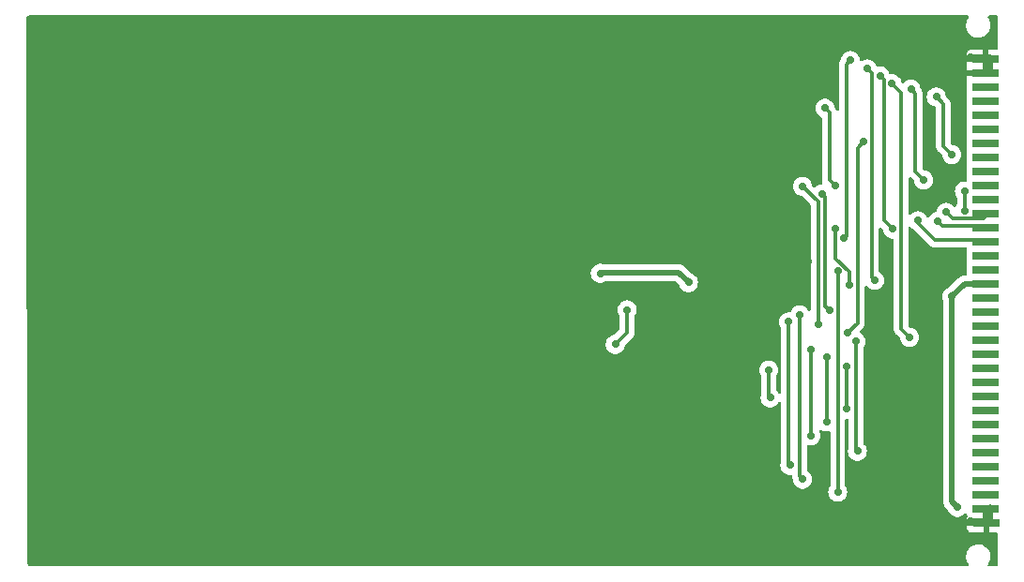
<source format=gbr>
%TF.GenerationSoftware,KiCad,Pcbnew,(6.0.4-0)*%
%TF.CreationDate,2023-12-10T22:35:43+01:00*%
%TF.ProjectId,pcmcia-sram,70636d63-6961-42d7-9372-616d2e6b6963,rev?*%
%TF.SameCoordinates,Original*%
%TF.FileFunction,Copper,L2,Bot*%
%TF.FilePolarity,Positive*%
%FSLAX46Y46*%
G04 Gerber Fmt 4.6, Leading zero omitted, Abs format (unit mm)*
G04 Created by KiCad (PCBNEW (6.0.4-0)) date 2023-12-10 22:35:43*
%MOMM*%
%LPD*%
G01*
G04 APERTURE LIST*
%TA.AperFunction,SMDPad,CuDef*%
%ADD10R,2.400000X0.740000*%
%TD*%
%TA.AperFunction,ViaPad*%
%ADD11C,0.700000*%
%TD*%
%TA.AperFunction,Conductor*%
%ADD12C,0.500000*%
%TD*%
%TA.AperFunction,Conductor*%
%ADD13C,0.300000*%
%TD*%
G04 APERTURE END LIST*
D10*
%TO.P,J1,35,GND*%
%TO.N,GND*%
X252222000Y-67183000D03*
%TO.P,J1,36,_CD1*%
X252222000Y-68453000D03*
%TO.P,J1,37,D11*%
%TO.N,unconnected-(J1-Pad37)*%
X252222000Y-69723000D03*
%TO.P,J1,38,D12*%
%TO.N,unconnected-(J1-Pad38)*%
X252222000Y-70993000D03*
%TO.P,J1,39,D13*%
%TO.N,unconnected-(J1-Pad39)*%
X252222000Y-72263000D03*
%TO.P,J1,40,D14*%
%TO.N,unconnected-(J1-Pad40)*%
X252222000Y-73533000D03*
%TO.P,J1,41,D15*%
%TO.N,unconnected-(J1-Pad41)*%
X252222000Y-74803000D03*
%TO.P,J1,42,_CE2*%
%TO.N,unconnected-(J1-Pad42)*%
X252222000Y-76073000D03*
%TO.P,J1,43,_VS1*%
%TO.N,unconnected-(J1-Pad43)*%
X252222000Y-77343000D03*
%TO.P,J1,44,_IORD*%
%TO.N,unconnected-(J1-Pad44)*%
X252222000Y-78613000D03*
%TO.P,J1,45,_IOWR*%
%TO.N,unconnected-(J1-Pad45)*%
X252222000Y-79883000D03*
%TO.P,J1,46,A17*%
%TO.N,/A17*%
X252222000Y-81153000D03*
%TO.P,J1,47,A18*%
%TO.N,/A18*%
X252222000Y-82423000D03*
%TO.P,J1,48,A19*%
%TO.N,/A19*%
X252222000Y-83693000D03*
%TO.P,J1,49,A20*%
%TO.N,unconnected-(J1-Pad49)*%
X252222000Y-84963000D03*
%TO.P,J1,50,A21*%
%TO.N,unconnected-(J1-Pad50)*%
X252222000Y-86233000D03*
%TO.P,J1,51,VCC*%
%TO.N,+5V*%
X252222000Y-87503000D03*
%TO.P,J1,52,VPP2*%
%TO.N,unconnected-(J1-Pad52)*%
X252222000Y-88773000D03*
%TO.P,J1,53,A22*%
%TO.N,unconnected-(J1-Pad53)*%
X252222000Y-90043000D03*
%TO.P,J1,54,A23*%
%TO.N,unconnected-(J1-Pad54)*%
X252222000Y-91313000D03*
%TO.P,J1,55,A24*%
%TO.N,unconnected-(J1-Pad55)*%
X252222000Y-92583000D03*
%TO.P,J1,56,A25*%
%TO.N,unconnected-(J1-Pad56)*%
X252222000Y-93853000D03*
%TO.P,J1,57,_VS2*%
%TO.N,unconnected-(J1-Pad57)*%
X252222000Y-95123000D03*
%TO.P,J1,58,_RESET*%
%TO.N,unconnected-(J1-Pad58)*%
X252222000Y-96393000D03*
%TO.P,J1,59,_WAIT*%
%TO.N,unconnected-(J1-Pad59)*%
X252222000Y-97663000D03*
%TO.P,J1,60,_INTACK*%
%TO.N,unconnected-(J1-Pad60)*%
X252222000Y-98933000D03*
%TO.P,J1,61,_REG*%
%TO.N,unconnected-(J1-Pad61)*%
X252222000Y-100203000D03*
%TO.P,J1,62,BVD2/_SPKR*%
%TO.N,unconnected-(J1-Pad62)*%
X252222000Y-101473000D03*
%TO.P,J1,63,BVD1/_STSCHG*%
%TO.N,unconnected-(J1-Pad63)*%
X252222000Y-102743000D03*
%TO.P,J1,64,D8*%
%TO.N,unconnected-(J1-Pad64)*%
X252222000Y-104013000D03*
%TO.P,J1,65,D9*%
%TO.N,unconnected-(J1-Pad65)*%
X252222000Y-105283000D03*
%TO.P,J1,66,D10*%
%TO.N,unconnected-(J1-Pad66)*%
X252222000Y-106553000D03*
%TO.P,J1,67,_CD2*%
%TO.N,GND*%
X252222000Y-107823000D03*
%TO.P,J1,68,GND*%
X252267000Y-109093000D03*
%TD*%
D11*
%TO.N,GND*%
X250825000Y-108966000D03*
X209550000Y-92202000D03*
X250825000Y-67056000D03*
X207918500Y-88411500D03*
X179705000Y-78993000D03*
X179832000Y-97662000D03*
X236220000Y-85471000D03*
X232664000Y-85725000D03*
X211582000Y-88265000D03*
X168275000Y-79247000D03*
X168656000Y-97535000D03*
%TO.N,/D3*%
X240030000Y-67310000D03*
X239459500Y-83396602D03*
%TO.N,/A10*%
X249174000Y-75819000D03*
X247777000Y-70612000D03*
%TO.N,/A11*%
X245491000Y-69912500D03*
X246634000Y-78105000D03*
%TO.N,/A9*%
X238633000Y-78613000D03*
X237744000Y-71628000D03*
%TO.N,/A8*%
X250317000Y-79121000D03*
X250317000Y-80876989D03*
%TO.N,/A13*%
X243840000Y-82550000D03*
X242697000Y-68707000D03*
%TO.N,/A14*%
X242239122Y-87198878D03*
X241554000Y-68072000D03*
%TO.N,VCC*%
X217474253Y-86537253D03*
X225425000Y-87376000D03*
%TO.N,/A16*%
X237490000Y-79375000D03*
X238125000Y-89916000D03*
%TO.N,/A15*%
X237109000Y-91186000D03*
X235712000Y-78675500D03*
%TO.N,/A12*%
X243777500Y-69404500D03*
X245364000Y-92329000D03*
%TO.N,/A4*%
X232664000Y-95294500D03*
X232791000Y-97790000D03*
%TO.N,/A3*%
X239649000Y-98806000D03*
X239649000Y-94996000D03*
%TO.N,/A2*%
X237871000Y-94107000D03*
X237871000Y-99949000D03*
%TO.N,/A1*%
X236474000Y-93472000D03*
X236474000Y-101219000D03*
%TO.N,/A0*%
X240665000Y-102616000D03*
X240538000Y-92710000D03*
%TO.N,/D0*%
X234569000Y-103886000D03*
X234442000Y-90932000D03*
%TO.N,/D1*%
X235458000Y-90297000D03*
X235712000Y-105156000D03*
%TO.N,/D2*%
X238887000Y-86360000D03*
X238887000Y-106299000D03*
%TO.N,/A17*%
X248666000Y-81026000D03*
%TO.N,/A18*%
X247904000Y-81850500D03*
%TO.N,/A19*%
X246126000Y-81788000D03*
%TO.N,+5V*%
X249682000Y-107696000D03*
X249174000Y-88646000D03*
%TO.N,/CE*%
X241235500Y-74655989D03*
X239776000Y-91948000D03*
%TO.N,/OE*%
X218821000Y-92964000D03*
X219899500Y-89836750D03*
%TO.N,/WE*%
X239903000Y-87630000D03*
X238697500Y-82550000D03*
%TD*%
D12*
%TO.N,GND*%
X252603000Y-67056000D02*
X252603000Y-68326000D01*
X252648000Y-108966000D02*
X250825000Y-108966000D01*
X252603000Y-107696000D02*
X252603000Y-108921000D01*
X252603000Y-67056000D02*
X250825000Y-67056000D01*
D13*
%TO.N,/D3*%
X239649000Y-83207102D02*
X239649000Y-67691000D01*
X239649000Y-67691000D02*
X240030000Y-67310000D01*
X239459500Y-83396602D02*
X239649000Y-83207102D01*
%TO.N,/A10*%
X247777000Y-70612000D02*
X248412000Y-71247000D01*
X248412000Y-71247000D02*
X248412000Y-75057000D01*
X248412000Y-75057000D02*
X249174000Y-75819000D01*
%TO.N,/A11*%
X246634000Y-78105000D02*
X245872000Y-77343000D01*
X245872000Y-70293500D02*
X245491000Y-69912500D01*
X245872000Y-77343000D02*
X245872000Y-70293500D01*
%TO.N,/A9*%
X238125000Y-78105000D02*
X238125000Y-72009000D01*
X238633000Y-78613000D02*
X238125000Y-78105000D01*
X238125000Y-72009000D02*
X237744000Y-71628000D01*
%TO.N,/A8*%
X250317000Y-80876989D02*
X250317000Y-79121000D01*
%TO.N,/A13*%
X243078000Y-69088000D02*
X242697000Y-68707000D01*
X243840000Y-82550000D02*
X243078000Y-81788000D01*
X243078000Y-81788000D02*
X243078000Y-69088000D01*
%TO.N,/A14*%
X241935000Y-86894756D02*
X242239122Y-87198878D01*
X241935000Y-68453000D02*
X241935000Y-86894756D01*
X241554000Y-68072000D02*
X241935000Y-68453000D01*
D12*
%TO.N,VCC*%
X224536000Y-86487000D02*
X225425000Y-87376000D01*
X217524506Y-86487000D02*
X224536000Y-86487000D01*
X217474253Y-86537253D02*
X217524506Y-86487000D01*
D13*
%TO.N,/A16*%
X237744000Y-79629000D02*
X237744000Y-89535000D01*
X237490000Y-79375000D02*
X237744000Y-79629000D01*
X237744000Y-89535000D02*
X238125000Y-89916000D01*
%TO.N,/A15*%
X237109000Y-80072500D02*
X237109000Y-91186000D01*
X235712000Y-78675500D02*
X237109000Y-80072500D01*
%TO.N,/A12*%
X244602000Y-91567000D02*
X244602000Y-70229000D01*
X245364000Y-92329000D02*
X244602000Y-91567000D01*
X244602000Y-70229000D02*
X243777500Y-69404500D01*
%TO.N,/A4*%
X232664000Y-97663000D02*
X232791000Y-97790000D01*
X232664000Y-95294500D02*
X232664000Y-97663000D01*
%TO.N,/A3*%
X239649000Y-98806000D02*
X239649000Y-94996000D01*
%TO.N,/A2*%
X237871000Y-99949000D02*
X237871000Y-94107000D01*
%TO.N,/A1*%
X236474000Y-101219000D02*
X236474000Y-93472000D01*
%TO.N,/A0*%
X240538000Y-102489000D02*
X240665000Y-102616000D01*
X240538000Y-92710000D02*
X240538000Y-102489000D01*
%TO.N,/D0*%
X234442000Y-90932000D02*
X234442000Y-103759000D01*
X234442000Y-103759000D02*
X234569000Y-103886000D01*
%TO.N,/D1*%
X235458000Y-104902000D02*
X235712000Y-105156000D01*
X235458000Y-90297000D02*
X235458000Y-104902000D01*
%TO.N,/D2*%
X238887000Y-86360000D02*
X238887000Y-106299000D01*
%TO.N,/A17*%
X252052511Y-81576489D02*
X252603000Y-81026000D01*
X248666000Y-81026000D02*
X249216489Y-81576489D01*
X249216489Y-81576489D02*
X252052511Y-81576489D01*
%TO.N,/A18*%
X247904000Y-81850500D02*
X248349500Y-82296000D01*
X248349500Y-82296000D02*
X252603000Y-82296000D01*
%TO.N,/A19*%
X246126000Y-82042000D02*
X247650000Y-83566000D01*
X247650000Y-83566000D02*
X252603000Y-83566000D01*
X246126000Y-81788000D02*
X246126000Y-82042000D01*
D12*
%TO.N,+5V*%
X252222000Y-87503000D02*
X250317000Y-87503000D01*
X249174000Y-88646000D02*
X249174000Y-107188000D01*
X250317000Y-87503000D02*
X249174000Y-88646000D01*
X249174000Y-107188000D02*
X249682000Y-107696000D01*
D13*
%TO.N,/CE*%
X240665000Y-91059000D02*
X239776000Y-91948000D01*
X241235500Y-74655989D02*
X240665000Y-75226489D01*
X240665000Y-75226489D02*
X240665000Y-91059000D01*
%TO.N,/OE*%
X218821000Y-92964000D02*
X219899500Y-91885500D01*
X219899500Y-91885500D02*
X219899500Y-89836750D01*
%TO.N,/WE*%
X238697500Y-85181241D02*
X238697500Y-82550000D01*
X239903000Y-86386741D02*
X238697500Y-85181241D01*
X239903000Y-87630000D02*
X239903000Y-86386741D01*
%TD*%
%TA.AperFunction,Conductor*%
%TO.N,GND*%
G36*
X250670889Y-63266502D02*
G01*
X250717382Y-63320158D01*
X250727486Y-63390432D01*
X250697934Y-63455078D01*
X250666448Y-63491363D01*
X250663448Y-63496549D01*
X250663445Y-63496553D01*
X250649244Y-63521101D01*
X250560527Y-63674454D01*
X250491139Y-63874271D01*
X250460787Y-64083604D01*
X250470567Y-64294899D01*
X250520125Y-64500534D01*
X250522607Y-64505992D01*
X250522608Y-64505996D01*
X250566053Y-64601546D01*
X250607674Y-64693087D01*
X250730054Y-64865611D01*
X250882850Y-65011881D01*
X251060548Y-65126620D01*
X251066114Y-65128863D01*
X251251168Y-65203442D01*
X251251171Y-65203443D01*
X251256737Y-65205686D01*
X251464337Y-65246228D01*
X251469899Y-65246500D01*
X251625846Y-65246500D01*
X251783566Y-65231452D01*
X251986534Y-65171908D01*
X252070111Y-65128863D01*
X252169249Y-65077804D01*
X252169252Y-65077802D01*
X252174580Y-65075058D01*
X252340920Y-64944396D01*
X252344852Y-64939865D01*
X252344855Y-64939862D01*
X252475621Y-64789167D01*
X252479552Y-64784637D01*
X252482552Y-64779451D01*
X252482555Y-64779447D01*
X252582467Y-64606742D01*
X252585473Y-64601546D01*
X252654861Y-64401729D01*
X252685213Y-64192396D01*
X252675433Y-63981101D01*
X252625875Y-63775466D01*
X252582525Y-63680122D01*
X252540806Y-63588368D01*
X252538326Y-63582913D01*
X252440781Y-63445400D01*
X252417683Y-63378266D01*
X252434547Y-63309301D01*
X252486019Y-63260402D01*
X252543551Y-63246500D01*
X253238500Y-63246500D01*
X253306621Y-63266502D01*
X253353114Y-63320158D01*
X253364500Y-63372500D01*
X253364500Y-66179000D01*
X253344498Y-66247121D01*
X253290842Y-66293614D01*
X253238500Y-66305000D01*
X252494115Y-66305000D01*
X252478876Y-66309475D01*
X252477671Y-66310865D01*
X252476000Y-66318548D01*
X252476000Y-68581000D01*
X252455998Y-68649121D01*
X252402342Y-68695614D01*
X252350000Y-68707000D01*
X250532116Y-68707000D01*
X250516877Y-68711475D01*
X250515672Y-68712865D01*
X250514001Y-68720548D01*
X250514001Y-68867669D01*
X250514371Y-68874490D01*
X250519895Y-68925352D01*
X250523522Y-68940607D01*
X250561929Y-69043059D01*
X250567112Y-69113866D01*
X250561929Y-69131517D01*
X250523029Y-69235282D01*
X250523027Y-69235288D01*
X250520255Y-69242684D01*
X250513500Y-69304866D01*
X250513500Y-70141134D01*
X250520255Y-70203316D01*
X250523027Y-70210712D01*
X250523029Y-70210718D01*
X250561662Y-70313771D01*
X250566845Y-70384578D01*
X250561662Y-70402229D01*
X250523029Y-70505282D01*
X250523027Y-70505288D01*
X250520255Y-70512684D01*
X250513500Y-70574866D01*
X250513500Y-71411134D01*
X250520255Y-71473316D01*
X250523027Y-71480712D01*
X250523029Y-71480718D01*
X250561662Y-71583771D01*
X250566845Y-71654578D01*
X250561662Y-71672229D01*
X250523029Y-71775282D01*
X250523027Y-71775288D01*
X250520255Y-71782684D01*
X250513500Y-71844866D01*
X250513500Y-72681134D01*
X250520255Y-72743316D01*
X250523027Y-72750712D01*
X250523029Y-72750718D01*
X250561662Y-72853771D01*
X250566845Y-72924578D01*
X250561662Y-72942229D01*
X250523029Y-73045282D01*
X250523027Y-73045288D01*
X250520255Y-73052684D01*
X250513500Y-73114866D01*
X250513500Y-73951134D01*
X250520255Y-74013316D01*
X250523027Y-74020712D01*
X250523029Y-74020718D01*
X250561662Y-74123771D01*
X250566845Y-74194578D01*
X250561662Y-74212229D01*
X250523029Y-74315282D01*
X250523027Y-74315288D01*
X250520255Y-74322684D01*
X250513500Y-74384866D01*
X250513500Y-75221134D01*
X250520255Y-75283316D01*
X250523027Y-75290712D01*
X250523029Y-75290718D01*
X250561662Y-75393771D01*
X250566845Y-75464578D01*
X250561662Y-75482229D01*
X250523029Y-75585282D01*
X250523027Y-75585288D01*
X250520255Y-75592684D01*
X250513500Y-75654866D01*
X250513500Y-76491134D01*
X250520255Y-76553316D01*
X250523027Y-76560712D01*
X250523029Y-76560718D01*
X250561662Y-76663771D01*
X250566845Y-76734578D01*
X250561662Y-76752229D01*
X250523029Y-76855282D01*
X250523027Y-76855288D01*
X250520255Y-76862684D01*
X250513500Y-76924866D01*
X250513500Y-77761134D01*
X250520255Y-77823316D01*
X250523027Y-77830712D01*
X250523029Y-77830718D01*
X250561662Y-77933771D01*
X250566845Y-78004578D01*
X250561662Y-78022229D01*
X250523029Y-78125282D01*
X250523027Y-78125288D01*
X250520255Y-78132684D01*
X250518762Y-78146432D01*
X250518362Y-78150109D01*
X250491119Y-78215671D01*
X250432756Y-78256097D01*
X250393099Y-78262500D01*
X250226768Y-78262500D01*
X250220315Y-78263872D01*
X250220311Y-78263872D01*
X250154264Y-78277911D01*
X250050248Y-78300020D01*
X250044219Y-78302704D01*
X250044217Y-78302705D01*
X249891416Y-78370737D01*
X249891414Y-78370738D01*
X249885386Y-78373422D01*
X249880045Y-78377302D01*
X249880044Y-78377303D01*
X249744731Y-78475613D01*
X249744729Y-78475615D01*
X249739387Y-78479496D01*
X249734966Y-78484406D01*
X249734965Y-78484407D01*
X249624875Y-78606675D01*
X249618633Y-78613607D01*
X249528401Y-78769893D01*
X249472635Y-78941525D01*
X249453771Y-79121000D01*
X249472635Y-79300475D01*
X249474675Y-79306753D01*
X249474675Y-79306754D01*
X249479267Y-79320887D01*
X249528401Y-79472107D01*
X249531704Y-79477829D01*
X249531705Y-79477830D01*
X249541650Y-79495055D01*
X249618633Y-79628393D01*
X249626138Y-79636728D01*
X249656854Y-79700734D01*
X249658500Y-79721036D01*
X249658500Y-80276953D01*
X249638498Y-80345074D01*
X249626142Y-80361256D01*
X249618633Y-80369596D01*
X249567253Y-80458589D01*
X249553585Y-80482262D01*
X249502202Y-80531255D01*
X249432489Y-80544691D01*
X249366578Y-80518305D01*
X249350830Y-80503573D01*
X249243613Y-80384496D01*
X249230976Y-80375314D01*
X249102957Y-80282303D01*
X249102956Y-80282302D01*
X249097615Y-80278422D01*
X249091587Y-80275738D01*
X249091585Y-80275737D01*
X248938783Y-80207705D01*
X248938781Y-80207705D01*
X248932752Y-80205020D01*
X248844492Y-80186260D01*
X248762689Y-80168872D01*
X248762685Y-80168872D01*
X248756232Y-80167500D01*
X248575768Y-80167500D01*
X248569315Y-80168872D01*
X248569311Y-80168872D01*
X248487508Y-80186260D01*
X248399248Y-80205020D01*
X248393219Y-80207704D01*
X248393217Y-80207705D01*
X248240416Y-80275737D01*
X248240414Y-80275738D01*
X248234386Y-80278422D01*
X248229045Y-80282302D01*
X248229044Y-80282303D01*
X248093731Y-80380613D01*
X248093729Y-80380615D01*
X248088387Y-80384496D01*
X248083969Y-80389403D01*
X248083965Y-80389407D01*
X247981170Y-80503573D01*
X247967633Y-80518607D01*
X247877401Y-80674893D01*
X247821635Y-80846525D01*
X247820945Y-80853088D01*
X247820945Y-80853089D01*
X247815744Y-80902571D01*
X247788730Y-80968228D01*
X247730508Y-81008857D01*
X247716633Y-81012646D01*
X247637248Y-81029520D01*
X247616544Y-81038738D01*
X247478416Y-81100237D01*
X247478414Y-81100238D01*
X247472386Y-81102922D01*
X247467045Y-81106802D01*
X247467044Y-81106803D01*
X247331731Y-81205113D01*
X247331729Y-81205115D01*
X247326387Y-81208996D01*
X247321966Y-81213906D01*
X247321965Y-81213907D01*
X247280881Y-81259536D01*
X247205633Y-81343107D01*
X247140955Y-81455131D01*
X247089575Y-81504123D01*
X247019861Y-81517560D01*
X246953950Y-81491173D01*
X246916732Y-81443381D01*
X246916640Y-81443174D01*
X246914599Y-81436893D01*
X246824367Y-81280607D01*
X246771865Y-81222297D01*
X246708035Y-81151407D01*
X246708031Y-81151403D01*
X246703613Y-81146496D01*
X246648981Y-81106803D01*
X246562957Y-81044303D01*
X246562956Y-81044302D01*
X246557615Y-81040422D01*
X246551587Y-81037738D01*
X246551585Y-81037737D01*
X246398783Y-80969705D01*
X246398781Y-80969705D01*
X246392752Y-80967020D01*
X246304492Y-80948260D01*
X246222689Y-80930872D01*
X246222685Y-80930872D01*
X246216232Y-80929500D01*
X246035768Y-80929500D01*
X246029315Y-80930872D01*
X246029311Y-80930872D01*
X245947508Y-80948260D01*
X245859248Y-80967020D01*
X245853219Y-80969704D01*
X245853217Y-80969705D01*
X245700416Y-81037737D01*
X245700414Y-81037738D01*
X245694386Y-81040422D01*
X245689045Y-81044302D01*
X245689044Y-81044303D01*
X245553731Y-81142613D01*
X245553729Y-81142615D01*
X245548387Y-81146496D01*
X245480136Y-81222297D01*
X245419690Y-81259536D01*
X245348706Y-81258184D01*
X245289722Y-81218670D01*
X245261464Y-81153540D01*
X245260500Y-81137986D01*
X245260500Y-77966950D01*
X245280502Y-77898829D01*
X245334158Y-77852336D01*
X245404432Y-77842232D01*
X245469012Y-77871726D01*
X245475595Y-77877855D01*
X245747210Y-78149470D01*
X245781236Y-78211782D01*
X245783425Y-78225394D01*
X245785884Y-78248784D01*
X245789635Y-78284475D01*
X245791675Y-78290753D01*
X245791675Y-78290754D01*
X245802605Y-78324393D01*
X245845401Y-78456107D01*
X245848704Y-78461829D01*
X245848705Y-78461830D01*
X245868448Y-78496025D01*
X245935633Y-78612393D01*
X245940051Y-78617300D01*
X245940052Y-78617301D01*
X246049095Y-78738405D01*
X246056387Y-78746504D01*
X246061729Y-78750385D01*
X246061731Y-78750387D01*
X246197043Y-78848697D01*
X246202385Y-78852578D01*
X246208413Y-78855262D01*
X246208415Y-78855263D01*
X246361217Y-78923295D01*
X246367248Y-78925980D01*
X246455508Y-78944740D01*
X246537311Y-78962128D01*
X246537315Y-78962128D01*
X246543768Y-78963500D01*
X246724232Y-78963500D01*
X246730685Y-78962128D01*
X246730689Y-78962128D01*
X246812492Y-78944740D01*
X246900752Y-78925980D01*
X246906783Y-78923295D01*
X247059585Y-78855263D01*
X247059587Y-78855262D01*
X247065615Y-78852578D01*
X247070957Y-78848697D01*
X247206269Y-78750387D01*
X247206271Y-78750385D01*
X247211613Y-78746504D01*
X247218905Y-78738405D01*
X247327948Y-78617301D01*
X247327949Y-78617300D01*
X247332367Y-78612393D01*
X247399552Y-78496025D01*
X247419295Y-78461830D01*
X247419296Y-78461829D01*
X247422599Y-78456107D01*
X247465395Y-78324393D01*
X247476325Y-78290754D01*
X247476325Y-78290753D01*
X247478365Y-78284475D01*
X247487784Y-78194866D01*
X247496539Y-78111565D01*
X247497229Y-78105000D01*
X247485803Y-77996295D01*
X247479055Y-77932089D01*
X247479055Y-77932088D01*
X247478365Y-77925525D01*
X247422599Y-77753893D01*
X247332367Y-77597607D01*
X247211613Y-77463496D01*
X247065615Y-77357422D01*
X247059587Y-77354738D01*
X247059585Y-77354737D01*
X246906783Y-77286705D01*
X246906781Y-77286705D01*
X246900752Y-77284020D01*
X246773483Y-77256969D01*
X246738549Y-77249543D01*
X246675651Y-77215391D01*
X246567405Y-77107145D01*
X246533379Y-77044833D01*
X246530500Y-77018050D01*
X246530500Y-70612000D01*
X246913771Y-70612000D01*
X246932635Y-70791475D01*
X246934675Y-70797753D01*
X246934675Y-70797754D01*
X246937240Y-70805648D01*
X246988401Y-70963107D01*
X247078633Y-71119393D01*
X247083051Y-71124300D01*
X247083052Y-71124301D01*
X247152282Y-71201189D01*
X247199387Y-71253504D01*
X247204729Y-71257385D01*
X247204731Y-71257387D01*
X247340043Y-71355697D01*
X247345385Y-71359578D01*
X247351413Y-71362262D01*
X247351415Y-71362263D01*
X247461181Y-71411134D01*
X247510248Y-71432980D01*
X247592874Y-71450543D01*
X247653697Y-71463471D01*
X247716170Y-71497199D01*
X247750492Y-71559349D01*
X247753500Y-71586718D01*
X247753500Y-74974944D01*
X247752941Y-74986800D01*
X247751212Y-74994537D01*
X247751461Y-75002459D01*
X247753438Y-75065369D01*
X247753500Y-75069327D01*
X247753500Y-75098432D01*
X247754056Y-75102832D01*
X247754988Y-75114664D01*
X247756438Y-75160831D01*
X247758650Y-75168444D01*
X247758650Y-75168445D01*
X247762419Y-75181416D01*
X247766430Y-75200782D01*
X247769118Y-75222064D01*
X247772034Y-75229429D01*
X247772035Y-75229433D01*
X247786126Y-75265021D01*
X247789965Y-75276231D01*
X247802855Y-75320600D01*
X247813775Y-75339065D01*
X247822466Y-75356805D01*
X247830365Y-75376756D01*
X247842727Y-75393771D01*
X247857516Y-75414126D01*
X247864033Y-75424048D01*
X247883507Y-75456977D01*
X247883510Y-75456981D01*
X247887547Y-75463807D01*
X247902711Y-75478971D01*
X247915551Y-75494004D01*
X247928159Y-75511357D01*
X247963752Y-75540802D01*
X247972532Y-75548792D01*
X248287210Y-75863470D01*
X248321236Y-75925782D01*
X248323425Y-75939394D01*
X248329635Y-75998475D01*
X248385401Y-76170107D01*
X248475633Y-76326393D01*
X248596387Y-76460504D01*
X248601729Y-76464385D01*
X248601731Y-76464387D01*
X248724131Y-76553316D01*
X248742385Y-76566578D01*
X248748413Y-76569262D01*
X248748415Y-76569263D01*
X248901217Y-76637295D01*
X248907248Y-76639980D01*
X248995508Y-76658740D01*
X249077311Y-76676128D01*
X249077315Y-76676128D01*
X249083768Y-76677500D01*
X249264232Y-76677500D01*
X249270685Y-76676128D01*
X249270689Y-76676128D01*
X249352492Y-76658740D01*
X249440752Y-76639980D01*
X249446783Y-76637295D01*
X249599585Y-76569263D01*
X249599587Y-76569262D01*
X249605615Y-76566578D01*
X249623869Y-76553316D01*
X249746269Y-76464387D01*
X249746271Y-76464385D01*
X249751613Y-76460504D01*
X249872367Y-76326393D01*
X249962599Y-76170107D01*
X250018365Y-75998475D01*
X250037229Y-75819000D01*
X250020337Y-75658283D01*
X250019055Y-75646089D01*
X250019055Y-75646088D01*
X250018365Y-75639525D01*
X249962599Y-75467893D01*
X249872367Y-75311607D01*
X249853559Y-75290718D01*
X249756035Y-75182407D01*
X249756034Y-75182406D01*
X249751613Y-75177496D01*
X249739156Y-75168445D01*
X249610957Y-75075303D01*
X249610956Y-75075302D01*
X249605615Y-75071422D01*
X249599587Y-75068738D01*
X249599585Y-75068737D01*
X249446783Y-75000705D01*
X249446781Y-75000705D01*
X249440752Y-74998020D01*
X249313483Y-74970969D01*
X249278549Y-74963543D01*
X249215651Y-74929391D01*
X249107405Y-74821145D01*
X249073379Y-74758833D01*
X249070500Y-74732050D01*
X249070500Y-71329060D01*
X249071059Y-71317203D01*
X249072789Y-71309463D01*
X249070562Y-71238599D01*
X249070500Y-71234641D01*
X249070500Y-71205568D01*
X249069947Y-71201189D01*
X249069014Y-71189346D01*
X249067812Y-71151089D01*
X249067812Y-71151088D01*
X249067563Y-71143169D01*
X249061579Y-71122571D01*
X249057571Y-71103218D01*
X249057132Y-71099743D01*
X249054882Y-71081936D01*
X249037875Y-71038982D01*
X249034029Y-71027747D01*
X249023358Y-70991016D01*
X249023357Y-70991013D01*
X249021145Y-70983400D01*
X249010225Y-70964935D01*
X249001534Y-70947195D01*
X248993635Y-70927244D01*
X248966482Y-70889871D01*
X248959967Y-70879952D01*
X248940493Y-70847023D01*
X248940490Y-70847019D01*
X248936453Y-70840193D01*
X248921289Y-70825029D01*
X248908448Y-70809995D01*
X248900501Y-70799057D01*
X248895841Y-70792643D01*
X248860247Y-70763197D01*
X248851468Y-70755208D01*
X248663790Y-70567530D01*
X248629764Y-70505218D01*
X248627575Y-70491606D01*
X248622055Y-70439089D01*
X248622055Y-70439088D01*
X248621365Y-70432525D01*
X248565599Y-70260893D01*
X248475367Y-70104607D01*
X248354613Y-69970496D01*
X248307635Y-69936364D01*
X248213957Y-69868303D01*
X248213956Y-69868302D01*
X248208615Y-69864422D01*
X248202587Y-69861738D01*
X248202585Y-69861737D01*
X248049783Y-69793705D01*
X248049781Y-69793705D01*
X248043752Y-69791020D01*
X247955492Y-69772260D01*
X247873689Y-69754872D01*
X247873685Y-69754872D01*
X247867232Y-69753500D01*
X247686768Y-69753500D01*
X247680315Y-69754872D01*
X247680311Y-69754872D01*
X247598508Y-69772260D01*
X247510248Y-69791020D01*
X247504219Y-69793704D01*
X247504217Y-69793705D01*
X247351416Y-69861737D01*
X247351414Y-69861738D01*
X247345386Y-69864422D01*
X247340045Y-69868302D01*
X247340044Y-69868303D01*
X247204731Y-69966613D01*
X247204729Y-69966615D01*
X247199387Y-69970496D01*
X247078633Y-70104607D01*
X246988401Y-70260893D01*
X246932635Y-70432525D01*
X246913771Y-70612000D01*
X246530500Y-70612000D01*
X246530500Y-70375556D01*
X246531059Y-70363700D01*
X246531059Y-70363697D01*
X246532788Y-70355963D01*
X246530562Y-70285131D01*
X246530500Y-70281173D01*
X246530500Y-70252068D01*
X246529943Y-70247657D01*
X246529013Y-70235836D01*
X246527811Y-70197594D01*
X246527562Y-70189669D01*
X246521580Y-70169079D01*
X246517570Y-70149716D01*
X246515875Y-70136296D01*
X246515875Y-70136295D01*
X246514882Y-70128436D01*
X246511966Y-70121071D01*
X246511965Y-70121067D01*
X246497874Y-70085479D01*
X246494035Y-70074269D01*
X246481145Y-70029900D01*
X246470229Y-70011443D01*
X246461534Y-69993693D01*
X246453635Y-69973744D01*
X246426477Y-69936364D01*
X246419960Y-69926443D01*
X246396452Y-69886693D01*
X246381291Y-69871532D01*
X246368448Y-69856495D01*
X246364785Y-69851453D01*
X246341413Y-69790566D01*
X246336055Y-69739589D01*
X246336055Y-69739588D01*
X246335365Y-69733025D01*
X246279599Y-69561393D01*
X246189367Y-69405107D01*
X246068613Y-69270996D01*
X246005340Y-69225025D01*
X245927957Y-69168803D01*
X245927956Y-69168802D01*
X245922615Y-69164922D01*
X245916587Y-69162238D01*
X245916585Y-69162237D01*
X245763783Y-69094205D01*
X245763781Y-69094205D01*
X245757752Y-69091520D01*
X245669492Y-69072760D01*
X245587689Y-69055372D01*
X245587685Y-69055372D01*
X245581232Y-69054000D01*
X245400768Y-69054000D01*
X245394315Y-69055372D01*
X245394311Y-69055372D01*
X245312508Y-69072760D01*
X245224248Y-69091520D01*
X245218219Y-69094204D01*
X245218217Y-69094205D01*
X245065416Y-69162237D01*
X245065414Y-69162238D01*
X245059386Y-69164922D01*
X245054045Y-69168802D01*
X245054044Y-69168803D01*
X244918731Y-69267113D01*
X244918729Y-69267115D01*
X244913387Y-69270996D01*
X244908966Y-69275906D01*
X244908965Y-69275907D01*
X244846029Y-69345805D01*
X244785583Y-69383045D01*
X244714600Y-69381693D01*
X244655615Y-69342180D01*
X244627083Y-69274667D01*
X244622555Y-69231589D01*
X244622555Y-69231588D01*
X244621865Y-69225025D01*
X244566099Y-69053393D01*
X244475867Y-68897107D01*
X244437876Y-68854913D01*
X244359535Y-68767907D01*
X244359534Y-68767906D01*
X244355113Y-68762996D01*
X244296689Y-68720548D01*
X244214457Y-68660803D01*
X244214456Y-68660802D01*
X244209115Y-68656922D01*
X244203087Y-68654238D01*
X244203085Y-68654237D01*
X244050283Y-68586205D01*
X244050281Y-68586205D01*
X244044252Y-68583520D01*
X243955992Y-68564760D01*
X243874189Y-68547372D01*
X243874185Y-68547372D01*
X243867732Y-68546000D01*
X243687268Y-68546000D01*
X243680812Y-68547372D01*
X243680805Y-68547373D01*
X243667379Y-68550227D01*
X243596588Y-68544826D01*
X243539955Y-68502010D01*
X243521348Y-68465917D01*
X243487641Y-68362178D01*
X243485599Y-68355893D01*
X243395367Y-68199607D01*
X243378510Y-68180885D01*
X250514000Y-68180885D01*
X250518475Y-68196124D01*
X250519865Y-68197329D01*
X250527548Y-68199000D01*
X251949885Y-68199000D01*
X251965124Y-68194525D01*
X251966329Y-68193135D01*
X251968000Y-68185452D01*
X251968000Y-67455115D01*
X251963525Y-67439876D01*
X251962135Y-67438671D01*
X251954452Y-67437000D01*
X250532116Y-67437000D01*
X250516877Y-67441475D01*
X250515672Y-67442865D01*
X250514001Y-67450548D01*
X250514001Y-67597669D01*
X250514371Y-67604490D01*
X250519895Y-67655352D01*
X250523522Y-67670606D01*
X250562196Y-67773771D01*
X250567379Y-67844578D01*
X250562196Y-67862229D01*
X250523522Y-67965391D01*
X250519895Y-67980649D01*
X250514369Y-68031514D01*
X250514000Y-68038328D01*
X250514000Y-68180885D01*
X243378510Y-68180885D01*
X243274613Y-68065496D01*
X243267411Y-68060263D01*
X243133957Y-67963303D01*
X243133956Y-67963302D01*
X243128615Y-67959422D01*
X243122587Y-67956738D01*
X243122585Y-67956737D01*
X242969783Y-67888705D01*
X242969781Y-67888705D01*
X242963752Y-67886020D01*
X242851823Y-67862229D01*
X242793689Y-67849872D01*
X242793685Y-67849872D01*
X242787232Y-67848500D01*
X242606768Y-67848500D01*
X242600315Y-67849872D01*
X242600311Y-67849872D01*
X242546076Y-67861400D01*
X242509419Y-67869192D01*
X242438629Y-67863790D01*
X242381997Y-67820973D01*
X242363390Y-67784881D01*
X242344641Y-67727178D01*
X242342599Y-67720893D01*
X242317860Y-67678043D01*
X242301074Y-67648969D01*
X242252367Y-67564607D01*
X242131613Y-67430496D01*
X242083494Y-67395535D01*
X241990957Y-67328303D01*
X241990956Y-67328302D01*
X241985615Y-67324422D01*
X241979587Y-67321738D01*
X241979585Y-67321737D01*
X241826783Y-67253705D01*
X241826781Y-67253705D01*
X241820752Y-67251020D01*
X241732492Y-67232260D01*
X241650689Y-67214872D01*
X241650685Y-67214872D01*
X241644232Y-67213500D01*
X241463768Y-67213500D01*
X241457315Y-67214872D01*
X241457311Y-67214872D01*
X241375508Y-67232260D01*
X241287248Y-67251020D01*
X241281219Y-67253704D01*
X241281217Y-67253705D01*
X241128416Y-67321737D01*
X241128414Y-67321738D01*
X241122386Y-67324422D01*
X241087452Y-67349803D01*
X241020587Y-67373660D01*
X240951436Y-67357580D01*
X240901955Y-67306667D01*
X240888083Y-67261037D01*
X240875055Y-67137089D01*
X240875055Y-67137088D01*
X240874365Y-67130525D01*
X240818599Y-66958893D01*
X240800376Y-66927329D01*
X240790882Y-66910885D01*
X250514000Y-66910885D01*
X250518475Y-66926124D01*
X250519865Y-66927329D01*
X250527548Y-66929000D01*
X251949885Y-66929000D01*
X251965124Y-66924525D01*
X251966329Y-66923135D01*
X251968000Y-66915452D01*
X251968000Y-66323116D01*
X251963525Y-66307877D01*
X251962135Y-66306672D01*
X251954452Y-66305001D01*
X250977331Y-66305001D01*
X250970510Y-66305371D01*
X250919648Y-66310895D01*
X250904396Y-66314521D01*
X250783946Y-66359676D01*
X250768351Y-66368214D01*
X250666276Y-66444715D01*
X250653715Y-66457276D01*
X250577214Y-66559351D01*
X250568676Y-66574946D01*
X250523522Y-66695394D01*
X250519895Y-66710649D01*
X250514369Y-66761514D01*
X250514000Y-66768328D01*
X250514000Y-66910885D01*
X240790882Y-66910885D01*
X240731668Y-66808325D01*
X240728367Y-66802607D01*
X240607613Y-66668496D01*
X240461615Y-66562422D01*
X240455587Y-66559738D01*
X240455585Y-66559737D01*
X240302783Y-66491705D01*
X240302781Y-66491705D01*
X240296752Y-66489020D01*
X240208492Y-66470260D01*
X240126689Y-66452872D01*
X240126685Y-66452872D01*
X240120232Y-66451500D01*
X239939768Y-66451500D01*
X239933315Y-66452872D01*
X239933311Y-66452872D01*
X239851508Y-66470260D01*
X239763248Y-66489020D01*
X239757219Y-66491704D01*
X239757217Y-66491705D01*
X239604416Y-66559737D01*
X239604414Y-66559738D01*
X239598386Y-66562422D01*
X239593045Y-66566302D01*
X239593044Y-66566303D01*
X239457731Y-66664613D01*
X239457729Y-66664615D01*
X239452387Y-66668496D01*
X239331633Y-66802607D01*
X239328332Y-66808325D01*
X239259625Y-66927329D01*
X239241401Y-66958893D01*
X239185635Y-67130525D01*
X239184945Y-67137086D01*
X239184945Y-67137088D01*
X239179240Y-67191365D01*
X239153493Y-67255415D01*
X239151348Y-67258179D01*
X239143648Y-67267195D01*
X239112028Y-67300867D01*
X239108207Y-67307818D01*
X239108206Y-67307819D01*
X239101697Y-67319658D01*
X239090843Y-67336182D01*
X239083018Y-67346271D01*
X239077696Y-67353132D01*
X239074549Y-67360404D01*
X239074548Y-67360406D01*
X239059346Y-67395535D01*
X239054124Y-67406195D01*
X239031876Y-67446663D01*
X239026541Y-67467441D01*
X239020142Y-67486131D01*
X239011620Y-67505824D01*
X239010380Y-67513655D01*
X239004394Y-67551448D01*
X239001987Y-67563071D01*
X238990500Y-67607812D01*
X238990500Y-67629259D01*
X238988949Y-67648969D01*
X238985594Y-67670152D01*
X238986340Y-67678043D01*
X238989941Y-67716138D01*
X238990500Y-67727996D01*
X238990500Y-71742459D01*
X238970498Y-71810580D01*
X238916842Y-71857073D01*
X238846568Y-71867177D01*
X238781988Y-71837683D01*
X238743503Y-71777611D01*
X238736356Y-71753012D01*
X238734145Y-71745400D01*
X238723229Y-71726943D01*
X238714534Y-71709193D01*
X238706635Y-71689244D01*
X238694273Y-71672229D01*
X238679477Y-71651864D01*
X238672960Y-71641943D01*
X238664714Y-71628000D01*
X238649452Y-71602193D01*
X238634291Y-71587032D01*
X238621448Y-71571995D01*
X238617785Y-71566953D01*
X238594413Y-71506066D01*
X238589055Y-71455089D01*
X238589055Y-71455088D01*
X238588365Y-71448525D01*
X238532599Y-71276893D01*
X238442367Y-71120607D01*
X238436126Y-71113675D01*
X238326035Y-70991407D01*
X238326034Y-70991406D01*
X238321613Y-70986496D01*
X238280771Y-70956822D01*
X238180957Y-70884303D01*
X238180956Y-70884302D01*
X238175615Y-70880422D01*
X238169587Y-70877738D01*
X238169585Y-70877737D01*
X238016783Y-70809705D01*
X238016781Y-70809705D01*
X238010752Y-70807020D01*
X237906736Y-70784911D01*
X237840689Y-70770872D01*
X237840685Y-70770872D01*
X237834232Y-70769500D01*
X237653768Y-70769500D01*
X237647315Y-70770872D01*
X237647311Y-70770872D01*
X237581264Y-70784911D01*
X237477248Y-70807020D01*
X237471219Y-70809704D01*
X237471217Y-70809705D01*
X237318416Y-70877737D01*
X237318414Y-70877738D01*
X237312386Y-70880422D01*
X237307045Y-70884302D01*
X237307044Y-70884303D01*
X237171731Y-70982613D01*
X237171729Y-70982615D01*
X237166387Y-70986496D01*
X237161966Y-70991406D01*
X237161965Y-70991407D01*
X237051875Y-71113675D01*
X237045633Y-71120607D01*
X236955401Y-71276893D01*
X236899635Y-71448525D01*
X236880771Y-71628000D01*
X236881461Y-71634565D01*
X236893111Y-71745400D01*
X236899635Y-71807475D01*
X236955401Y-71979107D01*
X237045633Y-72135393D01*
X237166387Y-72269504D01*
X237312385Y-72375578D01*
X237318413Y-72378262D01*
X237318415Y-72378263D01*
X237345312Y-72390238D01*
X237391750Y-72410914D01*
X237445845Y-72456893D01*
X237466500Y-72526020D01*
X237466500Y-78022944D01*
X237465941Y-78034800D01*
X237464212Y-78042537D01*
X237464461Y-78050459D01*
X237466438Y-78113369D01*
X237466500Y-78117327D01*
X237466500Y-78146432D01*
X237467056Y-78150832D01*
X237467988Y-78162664D01*
X237469438Y-78208831D01*
X237471650Y-78216444D01*
X237471650Y-78216445D01*
X237475419Y-78229416D01*
X237479430Y-78248782D01*
X237482118Y-78270064D01*
X237485034Y-78277429D01*
X237485035Y-78277433D01*
X237499126Y-78313021D01*
X237502967Y-78324237D01*
X237512265Y-78356243D01*
X237512062Y-78427237D01*
X237473508Y-78486853D01*
X237404908Y-78516500D01*
X237399768Y-78516500D01*
X237393315Y-78517872D01*
X237393311Y-78517872D01*
X237311508Y-78535260D01*
X237223248Y-78554020D01*
X237217219Y-78556704D01*
X237217217Y-78556705D01*
X237064416Y-78624737D01*
X237064414Y-78624738D01*
X237058386Y-78627422D01*
X237053045Y-78631302D01*
X237053044Y-78631303D01*
X236917731Y-78729613D01*
X236917729Y-78729615D01*
X236912387Y-78733496D01*
X236901196Y-78745925D01*
X236840749Y-78783163D01*
X236769765Y-78781809D01*
X236718467Y-78750707D01*
X236598790Y-78631030D01*
X236564764Y-78568718D01*
X236562575Y-78555106D01*
X236557055Y-78502589D01*
X236557055Y-78502588D01*
X236556365Y-78496025D01*
X236550995Y-78479496D01*
X236502641Y-78330678D01*
X236500599Y-78324393D01*
X236494034Y-78313021D01*
X236433879Y-78208831D01*
X236410367Y-78168107D01*
X236400121Y-78156727D01*
X236294035Y-78038907D01*
X236294034Y-78038906D01*
X236289613Y-78033996D01*
X236274402Y-78022944D01*
X236148957Y-77931803D01*
X236148956Y-77931802D01*
X236143615Y-77927922D01*
X236137587Y-77925238D01*
X236137585Y-77925237D01*
X235984783Y-77857205D01*
X235984781Y-77857205D01*
X235978752Y-77854520D01*
X235890492Y-77835760D01*
X235808689Y-77818372D01*
X235808685Y-77818372D01*
X235802232Y-77817000D01*
X235621768Y-77817000D01*
X235615315Y-77818372D01*
X235615311Y-77818372D01*
X235533508Y-77835760D01*
X235445248Y-77854520D01*
X235439219Y-77857204D01*
X235439217Y-77857205D01*
X235286416Y-77925237D01*
X235286414Y-77925238D01*
X235280386Y-77927922D01*
X235275045Y-77931802D01*
X235275044Y-77931803D01*
X235139731Y-78030113D01*
X235139729Y-78030115D01*
X235134387Y-78033996D01*
X235129966Y-78038906D01*
X235129965Y-78038907D01*
X235023880Y-78156727D01*
X235013633Y-78168107D01*
X234990121Y-78208831D01*
X234929967Y-78313021D01*
X234923401Y-78324393D01*
X234921359Y-78330678D01*
X234873006Y-78479496D01*
X234867635Y-78496025D01*
X234866945Y-78502588D01*
X234866945Y-78502589D01*
X234853824Y-78627422D01*
X234848771Y-78675500D01*
X234867635Y-78854975D01*
X234923401Y-79026607D01*
X235013633Y-79182893D01*
X235134387Y-79317004D01*
X235280385Y-79423078D01*
X235286413Y-79425762D01*
X235286415Y-79425763D01*
X235439217Y-79493795D01*
X235445248Y-79496480D01*
X235540640Y-79516756D01*
X235607450Y-79530957D01*
X235670348Y-79565108D01*
X236413595Y-80308354D01*
X236447620Y-80370667D01*
X236450500Y-80397450D01*
X236450500Y-89828822D01*
X236430498Y-89896943D01*
X236376842Y-89943436D01*
X236306568Y-89953540D01*
X236241988Y-89924046D01*
X236215381Y-89891822D01*
X236159668Y-89795325D01*
X236156367Y-89789607D01*
X236035613Y-89655496D01*
X236029420Y-89650996D01*
X235894957Y-89553303D01*
X235894956Y-89553302D01*
X235889615Y-89549422D01*
X235883587Y-89546738D01*
X235883585Y-89546737D01*
X235730783Y-89478705D01*
X235730781Y-89478705D01*
X235724752Y-89476020D01*
X235612823Y-89452229D01*
X235554689Y-89439872D01*
X235554685Y-89439872D01*
X235548232Y-89438500D01*
X235367768Y-89438500D01*
X235361315Y-89439872D01*
X235361311Y-89439872D01*
X235303177Y-89452229D01*
X235191248Y-89476020D01*
X235185219Y-89478704D01*
X235185217Y-89478705D01*
X235032416Y-89546737D01*
X235032414Y-89546738D01*
X235026386Y-89549422D01*
X235021045Y-89553302D01*
X235021044Y-89553303D01*
X234885731Y-89651613D01*
X234885729Y-89651615D01*
X234880387Y-89655496D01*
X234759633Y-89789607D01*
X234669401Y-89945893D01*
X234656091Y-89986858D01*
X234616018Y-90045464D01*
X234550622Y-90073102D01*
X234532232Y-90073190D01*
X234532232Y-90073500D01*
X234351768Y-90073500D01*
X234345315Y-90074872D01*
X234345311Y-90074872D01*
X234263508Y-90092260D01*
X234175248Y-90111020D01*
X234169219Y-90113704D01*
X234169217Y-90113705D01*
X234016416Y-90181737D01*
X234016414Y-90181738D01*
X234010386Y-90184422D01*
X234005045Y-90188302D01*
X234005044Y-90188303D01*
X233869731Y-90286613D01*
X233869729Y-90286615D01*
X233864387Y-90290496D01*
X233859966Y-90295406D01*
X233859965Y-90295407D01*
X233821232Y-90338425D01*
X233743633Y-90424607D01*
X233653401Y-90580893D01*
X233597635Y-90752525D01*
X233596945Y-90759088D01*
X233596945Y-90759089D01*
X233585449Y-90868468D01*
X233578771Y-90932000D01*
X233597635Y-91111475D01*
X233599675Y-91117753D01*
X233599675Y-91117754D01*
X233619716Y-91179435D01*
X233653401Y-91283107D01*
X233656704Y-91288829D01*
X233656705Y-91288830D01*
X233660648Y-91295660D01*
X233743633Y-91439393D01*
X233751138Y-91447728D01*
X233781854Y-91511734D01*
X233783500Y-91532036D01*
X233783500Y-97321822D01*
X233763498Y-97389943D01*
X233709842Y-97436436D01*
X233639568Y-97446540D01*
X233574988Y-97417046D01*
X233548381Y-97384822D01*
X233492668Y-97288325D01*
X233489367Y-97282607D01*
X233368613Y-97148496D01*
X233364010Y-97145151D01*
X233326949Y-97084994D01*
X233322500Y-97051806D01*
X233322500Y-95894536D01*
X233342502Y-95826415D01*
X233354858Y-95810233D01*
X233362367Y-95801893D01*
X233452599Y-95645607D01*
X233508365Y-95473975D01*
X233527229Y-95294500D01*
X233508365Y-95115025D01*
X233452599Y-94943393D01*
X233362367Y-94787107D01*
X233241613Y-94652996D01*
X233095615Y-94546922D01*
X233089587Y-94544238D01*
X233089585Y-94544237D01*
X232936783Y-94476205D01*
X232936781Y-94476205D01*
X232930752Y-94473520D01*
X232842492Y-94454760D01*
X232760689Y-94437372D01*
X232760685Y-94437372D01*
X232754232Y-94436000D01*
X232573768Y-94436000D01*
X232567315Y-94437372D01*
X232567311Y-94437372D01*
X232485508Y-94454760D01*
X232397248Y-94473520D01*
X232391219Y-94476204D01*
X232391217Y-94476205D01*
X232238416Y-94544237D01*
X232238414Y-94544238D01*
X232232386Y-94546922D01*
X232227045Y-94550802D01*
X232227044Y-94550803D01*
X232091731Y-94649113D01*
X232091729Y-94649115D01*
X232086387Y-94652996D01*
X231965633Y-94787107D01*
X231875401Y-94943393D01*
X231819635Y-95115025D01*
X231800771Y-95294500D01*
X231819635Y-95473975D01*
X231875401Y-95645607D01*
X231965633Y-95801893D01*
X231973138Y-95810228D01*
X232003854Y-95874234D01*
X232005500Y-95894536D01*
X232005500Y-97409399D01*
X231999333Y-97448335D01*
X231946635Y-97610525D01*
X231927771Y-97790000D01*
X231946635Y-97969475D01*
X232002401Y-98141107D01*
X232092633Y-98297393D01*
X232213387Y-98431504D01*
X232218729Y-98435385D01*
X232218731Y-98435387D01*
X232354043Y-98533697D01*
X232359385Y-98537578D01*
X232365413Y-98540262D01*
X232365415Y-98540263D01*
X232518217Y-98608295D01*
X232524248Y-98610980D01*
X232612508Y-98629740D01*
X232694311Y-98647128D01*
X232694315Y-98647128D01*
X232700768Y-98648500D01*
X232881232Y-98648500D01*
X232887685Y-98647128D01*
X232887689Y-98647128D01*
X232969492Y-98629740D01*
X233057752Y-98610980D01*
X233063783Y-98608295D01*
X233216585Y-98540263D01*
X233216587Y-98540262D01*
X233222615Y-98537578D01*
X233227957Y-98533697D01*
X233363269Y-98435387D01*
X233363271Y-98435385D01*
X233368613Y-98431504D01*
X233489367Y-98297393D01*
X233548381Y-98195178D01*
X233599764Y-98146185D01*
X233669477Y-98132749D01*
X233735388Y-98159135D01*
X233776570Y-98216968D01*
X233783500Y-98258178D01*
X233783500Y-103505399D01*
X233777333Y-103544335D01*
X233759805Y-103598283D01*
X233724635Y-103706525D01*
X233705771Y-103886000D01*
X233724635Y-104065475D01*
X233780401Y-104237107D01*
X233870633Y-104393393D01*
X233875051Y-104398300D01*
X233875052Y-104398301D01*
X233984096Y-104519407D01*
X233991387Y-104527504D01*
X234137385Y-104633578D01*
X234143413Y-104636262D01*
X234143415Y-104636263D01*
X234296217Y-104704295D01*
X234302248Y-104706980D01*
X234390508Y-104725740D01*
X234472311Y-104743128D01*
X234472315Y-104743128D01*
X234478768Y-104744500D01*
X234659232Y-104744500D01*
X234660753Y-104744177D01*
X234728751Y-104756614D01*
X234780596Y-104805117D01*
X234798018Y-104865192D01*
X234799438Y-104910369D01*
X234799500Y-104914327D01*
X234799500Y-104943432D01*
X234800056Y-104947832D01*
X234800988Y-104959664D01*
X234802438Y-105005831D01*
X234804650Y-105013444D01*
X234804650Y-105013445D01*
X234808419Y-105026416D01*
X234812430Y-105045782D01*
X234815118Y-105067064D01*
X234818034Y-105074429D01*
X234818035Y-105074433D01*
X234832126Y-105110021D01*
X234835968Y-105121244D01*
X234847168Y-105159794D01*
X234851479Y-105181766D01*
X234867635Y-105335475D01*
X234923401Y-105507107D01*
X235013633Y-105663393D01*
X235018051Y-105668300D01*
X235018052Y-105668301D01*
X235129077Y-105791607D01*
X235134387Y-105797504D01*
X235280385Y-105903578D01*
X235286413Y-105906262D01*
X235286415Y-105906263D01*
X235439217Y-105974295D01*
X235445248Y-105976980D01*
X235533508Y-105995740D01*
X235615311Y-106013128D01*
X235615315Y-106013128D01*
X235621768Y-106014500D01*
X235802232Y-106014500D01*
X235808685Y-106013128D01*
X235808689Y-106013128D01*
X235890492Y-105995740D01*
X235978752Y-105976980D01*
X235984783Y-105974295D01*
X236137585Y-105906263D01*
X236137587Y-105906262D01*
X236143615Y-105903578D01*
X236289613Y-105797504D01*
X236294923Y-105791607D01*
X236405948Y-105668301D01*
X236405949Y-105668300D01*
X236410367Y-105663393D01*
X236500599Y-105507107D01*
X236556365Y-105335475D01*
X236575229Y-105156000D01*
X236556365Y-104976525D01*
X236500599Y-104804893D01*
X236410367Y-104648607D01*
X236399253Y-104636263D01*
X236294035Y-104519407D01*
X236294034Y-104519406D01*
X236289613Y-104514496D01*
X236270650Y-104500718D01*
X236168439Y-104426458D01*
X236125085Y-104370236D01*
X236116500Y-104324522D01*
X236116500Y-102176288D01*
X236136502Y-102108167D01*
X236190158Y-102061674D01*
X236260432Y-102051570D01*
X236268691Y-102053040D01*
X236303791Y-102060501D01*
X236377311Y-102076128D01*
X236377315Y-102076128D01*
X236383768Y-102077500D01*
X236564232Y-102077500D01*
X236570685Y-102076128D01*
X236570689Y-102076128D01*
X236652492Y-102058740D01*
X236740752Y-102039980D01*
X236876801Y-101979407D01*
X236899585Y-101969263D01*
X236899587Y-101969262D01*
X236905615Y-101966578D01*
X236923869Y-101953316D01*
X237046269Y-101864387D01*
X237046271Y-101864385D01*
X237051613Y-101860504D01*
X237172367Y-101726393D01*
X237262599Y-101570107D01*
X237318365Y-101398475D01*
X237337229Y-101219000D01*
X237320337Y-101058283D01*
X237319055Y-101046089D01*
X237319055Y-101046088D01*
X237318365Y-101039525D01*
X237262599Y-100867893D01*
X237259295Y-100862170D01*
X237256611Y-100856142D01*
X237258223Y-100855424D01*
X237243534Y-100794860D01*
X237266758Y-100727769D01*
X237322568Y-100683885D01*
X237393244Y-100677140D01*
X237432393Y-100691744D01*
X237434042Y-100692696D01*
X237439385Y-100696578D01*
X237604248Y-100769980D01*
X237691111Y-100788443D01*
X237774311Y-100806128D01*
X237774315Y-100806128D01*
X237780768Y-100807500D01*
X237961232Y-100807500D01*
X237967685Y-100806128D01*
X237967689Y-100806128D01*
X238050889Y-100788443D01*
X238076304Y-100783041D01*
X238147094Y-100788443D01*
X238203727Y-100831260D01*
X238228220Y-100897898D01*
X238228500Y-100906288D01*
X238228500Y-105698964D01*
X238208498Y-105767085D01*
X238196142Y-105783267D01*
X238188633Y-105791607D01*
X238098401Y-105947893D01*
X238042635Y-106119525D01*
X238041945Y-106126088D01*
X238041945Y-106126089D01*
X238040663Y-106138283D01*
X238023771Y-106299000D01*
X238042635Y-106478475D01*
X238098401Y-106650107D01*
X238188633Y-106806393D01*
X238309387Y-106940504D01*
X238314729Y-106944385D01*
X238314731Y-106944387D01*
X238389584Y-106998771D01*
X238455385Y-107046578D01*
X238461413Y-107049262D01*
X238461415Y-107049263D01*
X238611210Y-107115956D01*
X238620248Y-107119980D01*
X238706452Y-107138303D01*
X238790311Y-107156128D01*
X238790315Y-107156128D01*
X238796768Y-107157500D01*
X238977232Y-107157500D01*
X238983685Y-107156128D01*
X238983689Y-107156128D01*
X239067548Y-107138303D01*
X239153752Y-107119980D01*
X239162790Y-107115956D01*
X239312585Y-107049263D01*
X239312587Y-107049262D01*
X239318615Y-107046578D01*
X239384416Y-106998771D01*
X239459269Y-106944387D01*
X239459271Y-106944385D01*
X239464613Y-106940504D01*
X239585367Y-106806393D01*
X239675599Y-106650107D01*
X239731365Y-106478475D01*
X239750229Y-106299000D01*
X239733337Y-106138283D01*
X239732055Y-106126089D01*
X239732055Y-106126088D01*
X239731365Y-106119525D01*
X239675599Y-105947893D01*
X239585367Y-105791607D01*
X239577862Y-105783272D01*
X239547146Y-105719266D01*
X239545500Y-105698964D01*
X239545500Y-99790500D01*
X239565502Y-99722379D01*
X239619158Y-99675886D01*
X239671500Y-99664500D01*
X239739232Y-99664500D01*
X239741788Y-99663957D01*
X239810173Y-99676466D01*
X239862017Y-99724970D01*
X239879500Y-99789001D01*
X239879500Y-102235399D01*
X239873333Y-102274335D01*
X239855805Y-102328283D01*
X239820635Y-102436525D01*
X239801771Y-102616000D01*
X239820635Y-102795475D01*
X239876401Y-102967107D01*
X239966633Y-103123393D01*
X240087387Y-103257504D01*
X240233385Y-103363578D01*
X240239413Y-103366262D01*
X240239415Y-103366263D01*
X240392217Y-103434295D01*
X240398248Y-103436980D01*
X240486508Y-103455740D01*
X240568311Y-103473128D01*
X240568315Y-103473128D01*
X240574768Y-103474500D01*
X240755232Y-103474500D01*
X240761685Y-103473128D01*
X240761689Y-103473128D01*
X240843492Y-103455740D01*
X240931752Y-103436980D01*
X240937783Y-103434295D01*
X241090585Y-103366263D01*
X241090587Y-103366262D01*
X241096615Y-103363578D01*
X241242613Y-103257504D01*
X241363367Y-103123393D01*
X241453599Y-102967107D01*
X241509365Y-102795475D01*
X241528229Y-102616000D01*
X241509365Y-102436525D01*
X241453599Y-102264893D01*
X241363367Y-102108607D01*
X241321109Y-102061674D01*
X241247035Y-101979407D01*
X241247034Y-101979406D01*
X241242613Y-101974496D01*
X241238010Y-101971151D01*
X241200949Y-101910994D01*
X241196500Y-101877806D01*
X241196500Y-93310036D01*
X241216502Y-93241915D01*
X241228858Y-93225733D01*
X241236367Y-93217393D01*
X241317667Y-93076578D01*
X241323295Y-93066830D01*
X241323296Y-93066829D01*
X241326599Y-93061107D01*
X241382365Y-92889475D01*
X241401229Y-92710000D01*
X241382365Y-92530525D01*
X241326599Y-92358893D01*
X241317885Y-92343799D01*
X241244343Y-92216422D01*
X241236367Y-92202607D01*
X241152143Y-92109066D01*
X241120035Y-92073407D01*
X241120034Y-92073406D01*
X241115613Y-92068496D01*
X241107840Y-92062848D01*
X240974957Y-91966303D01*
X240974956Y-91966302D01*
X240969615Y-91962422D01*
X240963582Y-91959736D01*
X240963577Y-91959733D01*
X240945585Y-91951722D01*
X240891489Y-91905742D01*
X240870840Y-91837815D01*
X240890193Y-91769507D01*
X240907739Y-91747521D01*
X241072605Y-91582655D01*
X241081385Y-91574665D01*
X241081387Y-91574663D01*
X241088080Y-91570416D01*
X241136605Y-91518742D01*
X241139359Y-91515901D01*
X241159927Y-91495333D01*
X241162647Y-91491826D01*
X241170353Y-91482804D01*
X241196544Y-91454913D01*
X241201972Y-91449133D01*
X241205794Y-91442181D01*
X241212303Y-91430342D01*
X241223157Y-91413818D01*
X241231445Y-91403132D01*
X241236304Y-91396868D01*
X241249889Y-91365475D01*
X241254654Y-91354465D01*
X241259876Y-91343805D01*
X241278305Y-91310284D01*
X241278306Y-91310282D01*
X241282124Y-91303337D01*
X241287459Y-91282559D01*
X241293858Y-91263869D01*
X241302380Y-91244176D01*
X241309606Y-91198552D01*
X241312013Y-91186929D01*
X241321528Y-91149868D01*
X241323500Y-91142188D01*
X241323500Y-91120741D01*
X241325051Y-91101031D01*
X241327166Y-91087677D01*
X241328406Y-91079848D01*
X241324059Y-91033859D01*
X241323500Y-91022004D01*
X241323500Y-87793225D01*
X241343502Y-87725104D01*
X241397158Y-87678611D01*
X241467432Y-87668507D01*
X241532012Y-87698001D01*
X241543133Y-87708912D01*
X241661509Y-87840382D01*
X241666851Y-87844263D01*
X241666853Y-87844265D01*
X241802165Y-87942575D01*
X241807507Y-87946456D01*
X241813535Y-87949140D01*
X241813537Y-87949141D01*
X241966339Y-88017173D01*
X241972370Y-88019858D01*
X242060630Y-88038618D01*
X242142433Y-88056006D01*
X242142437Y-88056006D01*
X242148890Y-88057378D01*
X242329354Y-88057378D01*
X242335807Y-88056006D01*
X242335811Y-88056006D01*
X242417614Y-88038618D01*
X242505874Y-88019858D01*
X242511905Y-88017173D01*
X242664707Y-87949141D01*
X242664709Y-87949140D01*
X242670737Y-87946456D01*
X242676079Y-87942575D01*
X242811391Y-87844265D01*
X242811393Y-87844263D01*
X242816735Y-87840382D01*
X242937489Y-87706271D01*
X243027721Y-87549985D01*
X243050297Y-87480503D01*
X243081447Y-87384632D01*
X243081447Y-87384631D01*
X243083487Y-87378353D01*
X243102351Y-87198878D01*
X243083487Y-87019403D01*
X243027721Y-86847771D01*
X243009147Y-86815599D01*
X242962321Y-86734496D01*
X242937489Y-86691485D01*
X242816735Y-86557374D01*
X242670737Y-86451300D01*
X242664707Y-86448615D01*
X242658984Y-86445311D01*
X242660143Y-86443303D01*
X242614152Y-86404207D01*
X242593500Y-86335086D01*
X242593500Y-82538950D01*
X242613502Y-82470829D01*
X242667158Y-82424336D01*
X242737432Y-82414232D01*
X242802012Y-82443726D01*
X242808595Y-82449855D01*
X242953210Y-82594470D01*
X242987236Y-82656782D01*
X242989425Y-82670394D01*
X242993612Y-82710224D01*
X242995635Y-82729475D01*
X243051401Y-82901107D01*
X243141633Y-83057393D01*
X243262387Y-83191504D01*
X243408385Y-83297578D01*
X243414413Y-83300262D01*
X243414415Y-83300263D01*
X243567217Y-83368295D01*
X243573248Y-83370980D01*
X243661508Y-83389740D01*
X243743311Y-83407128D01*
X243743315Y-83407128D01*
X243749768Y-83408500D01*
X243817500Y-83408500D01*
X243885621Y-83428502D01*
X243932114Y-83482158D01*
X243943500Y-83534500D01*
X243943500Y-91484944D01*
X243942941Y-91496800D01*
X243941212Y-91504537D01*
X243941461Y-91512459D01*
X243943438Y-91575369D01*
X243943500Y-91579327D01*
X243943500Y-91608432D01*
X243944056Y-91612832D01*
X243944988Y-91624664D01*
X243946438Y-91670831D01*
X243948650Y-91678444D01*
X243948650Y-91678445D01*
X243952419Y-91691416D01*
X243956430Y-91710782D01*
X243959118Y-91732064D01*
X243962034Y-91739429D01*
X243962035Y-91739433D01*
X243976126Y-91775021D01*
X243979965Y-91786231D01*
X243992855Y-91830600D01*
X244003775Y-91849065D01*
X244012466Y-91866805D01*
X244020365Y-91886756D01*
X244028867Y-91898458D01*
X244047516Y-91924126D01*
X244054033Y-91934048D01*
X244073507Y-91966977D01*
X244073510Y-91966981D01*
X244077547Y-91973807D01*
X244092711Y-91988971D01*
X244105551Y-92004004D01*
X244118159Y-92021357D01*
X244144476Y-92043128D01*
X244153752Y-92050802D01*
X244162532Y-92058792D01*
X244477210Y-92373470D01*
X244511236Y-92435782D01*
X244513425Y-92449394D01*
X244519635Y-92508475D01*
X244521675Y-92514753D01*
X244521675Y-92514754D01*
X244524759Y-92524246D01*
X244575401Y-92680107D01*
X244665633Y-92836393D01*
X244786387Y-92970504D01*
X244791729Y-92974385D01*
X244791731Y-92974387D01*
X244911091Y-93061107D01*
X244932385Y-93076578D01*
X244938413Y-93079262D01*
X244938415Y-93079263D01*
X245091217Y-93147295D01*
X245097248Y-93149980D01*
X245185508Y-93168740D01*
X245267311Y-93186128D01*
X245267315Y-93186128D01*
X245273768Y-93187500D01*
X245454232Y-93187500D01*
X245460685Y-93186128D01*
X245460689Y-93186128D01*
X245542492Y-93168740D01*
X245630752Y-93149980D01*
X245636783Y-93147295D01*
X245789585Y-93079263D01*
X245789587Y-93079262D01*
X245795615Y-93076578D01*
X245816909Y-93061107D01*
X245936269Y-92974387D01*
X245936271Y-92974385D01*
X245941613Y-92970504D01*
X246062367Y-92836393D01*
X246152599Y-92680107D01*
X246203241Y-92524246D01*
X246206325Y-92514754D01*
X246206325Y-92514753D01*
X246208365Y-92508475D01*
X246227229Y-92329000D01*
X246216785Y-92229631D01*
X246209055Y-92156089D01*
X246209055Y-92156088D01*
X246208365Y-92149525D01*
X246206252Y-92143020D01*
X246154641Y-91984178D01*
X246152599Y-91977893D01*
X246147285Y-91968688D01*
X246110942Y-91905742D01*
X246062367Y-91821607D01*
X246043559Y-91800718D01*
X245946035Y-91692407D01*
X245946034Y-91692406D01*
X245941613Y-91687496D01*
X245929156Y-91678445D01*
X245800957Y-91585303D01*
X245800956Y-91585302D01*
X245795615Y-91581422D01*
X245789587Y-91578738D01*
X245789585Y-91578737D01*
X245636783Y-91510705D01*
X245636781Y-91510705D01*
X245630752Y-91508020D01*
X245503483Y-91480969D01*
X245468549Y-91473543D01*
X245405651Y-91439391D01*
X245297405Y-91331145D01*
X245263379Y-91268833D01*
X245260500Y-91242050D01*
X245260500Y-82438014D01*
X245280502Y-82369893D01*
X245334158Y-82323400D01*
X245404432Y-82313296D01*
X245469012Y-82342790D01*
X245480132Y-82353699D01*
X245548387Y-82429504D01*
X245553729Y-82433385D01*
X245553731Y-82433387D01*
X245651628Y-82504513D01*
X245657883Y-82509365D01*
X245677753Y-82525803D01*
X245686532Y-82533792D01*
X247126340Y-83973599D01*
X247134330Y-83982380D01*
X247134339Y-83982391D01*
X247138584Y-83989080D01*
X247144359Y-83994503D01*
X247190274Y-84037621D01*
X247193083Y-84040343D01*
X247213667Y-84060926D01*
X247216791Y-84063349D01*
X247216793Y-84063351D01*
X247217163Y-84063638D01*
X247226191Y-84071348D01*
X247259867Y-84102972D01*
X247266818Y-84106793D01*
X247266819Y-84106794D01*
X247278655Y-84113301D01*
X247295184Y-84124158D01*
X247305869Y-84132447D01*
X247305871Y-84132448D01*
X247312131Y-84137304D01*
X247354544Y-84155657D01*
X247365181Y-84160868D01*
X247405663Y-84183124D01*
X247413342Y-84185096D01*
X247413343Y-84185096D01*
X247426434Y-84188457D01*
X247445136Y-84194859D01*
X247464823Y-84203379D01*
X247472652Y-84204619D01*
X247510448Y-84210605D01*
X247522074Y-84213013D01*
X247559135Y-84222529D01*
X247559136Y-84222529D01*
X247566812Y-84224500D01*
X247588258Y-84224500D01*
X247607968Y-84226051D01*
X247629151Y-84229406D01*
X247675135Y-84225059D01*
X247686994Y-84224500D01*
X250435246Y-84224500D01*
X250503367Y-84244502D01*
X250549860Y-84298158D01*
X250559964Y-84368432D01*
X250553229Y-84394726D01*
X250520255Y-84482684D01*
X250513500Y-84544866D01*
X250513500Y-85381134D01*
X250520255Y-85443316D01*
X250523027Y-85450712D01*
X250523029Y-85450718D01*
X250561662Y-85553771D01*
X250566845Y-85624578D01*
X250561662Y-85642229D01*
X250523029Y-85745282D01*
X250523027Y-85745288D01*
X250520255Y-85752684D01*
X250513500Y-85814866D01*
X250513500Y-86618500D01*
X250493498Y-86686621D01*
X250439842Y-86733114D01*
X250387500Y-86744500D01*
X250384070Y-86744500D01*
X250365120Y-86743067D01*
X250350885Y-86740901D01*
X250350881Y-86740901D01*
X250343651Y-86739801D01*
X250336359Y-86740394D01*
X250336356Y-86740394D01*
X250290982Y-86744085D01*
X250280767Y-86744500D01*
X250272707Y-86744500D01*
X250259417Y-86746049D01*
X250244493Y-86747789D01*
X250240118Y-86748222D01*
X250174661Y-86753546D01*
X250174658Y-86753547D01*
X250167363Y-86754140D01*
X250160399Y-86756396D01*
X250154440Y-86757587D01*
X250148585Y-86758971D01*
X250141319Y-86759818D01*
X250072673Y-86784735D01*
X250068545Y-86786152D01*
X250006064Y-86806393D01*
X250006062Y-86806394D01*
X249999101Y-86808649D01*
X249992846Y-86812445D01*
X249987372Y-86814951D01*
X249981942Y-86817670D01*
X249975063Y-86820167D01*
X249968943Y-86824180D01*
X249968942Y-86824180D01*
X249914024Y-86860186D01*
X249910320Y-86862523D01*
X249847893Y-86900405D01*
X249839516Y-86907803D01*
X249839492Y-86907776D01*
X249836500Y-86910429D01*
X249833267Y-86913132D01*
X249827148Y-86917144D01*
X249822116Y-86922456D01*
X249773872Y-86973383D01*
X249771494Y-86975825D01*
X248949859Y-87797460D01*
X248906741Y-87823882D01*
X248907248Y-87825020D01*
X248748416Y-87895737D01*
X248748414Y-87895738D01*
X248742386Y-87898422D01*
X248737045Y-87902302D01*
X248737044Y-87902303D01*
X248601731Y-88000613D01*
X248601729Y-88000615D01*
X248596387Y-88004496D01*
X248591966Y-88009406D01*
X248591965Y-88009407D01*
X248486748Y-88126263D01*
X248475633Y-88138607D01*
X248385401Y-88294893D01*
X248329635Y-88466525D01*
X248328945Y-88473088D01*
X248328945Y-88473089D01*
X248314780Y-88607862D01*
X248310771Y-88646000D01*
X248329635Y-88825475D01*
X248385401Y-88997107D01*
X248398620Y-89020002D01*
X248415500Y-89083001D01*
X248415500Y-107120930D01*
X248414067Y-107139880D01*
X248410801Y-107161349D01*
X248411394Y-107168641D01*
X248411394Y-107168644D01*
X248415085Y-107214018D01*
X248415500Y-107224233D01*
X248415500Y-107232293D01*
X248415925Y-107235937D01*
X248418789Y-107260507D01*
X248419222Y-107264882D01*
X248425140Y-107337637D01*
X248427396Y-107344601D01*
X248428587Y-107350560D01*
X248429971Y-107356415D01*
X248430818Y-107363681D01*
X248455735Y-107432327D01*
X248457152Y-107436455D01*
X248479649Y-107505899D01*
X248483445Y-107512154D01*
X248485951Y-107517628D01*
X248488670Y-107523058D01*
X248491167Y-107529937D01*
X248495180Y-107536057D01*
X248495180Y-107536058D01*
X248531186Y-107590976D01*
X248533523Y-107594680D01*
X248571405Y-107657107D01*
X248575121Y-107661315D01*
X248575122Y-107661316D01*
X248578803Y-107665484D01*
X248578776Y-107665508D01*
X248581429Y-107668500D01*
X248584132Y-107671733D01*
X248588144Y-107677852D01*
X248593456Y-107682884D01*
X248644383Y-107731128D01*
X248646825Y-107733506D01*
X248839751Y-107926432D01*
X248870489Y-107976591D01*
X248893401Y-108047107D01*
X248983633Y-108203393D01*
X249104387Y-108337504D01*
X249250385Y-108443578D01*
X249256413Y-108446262D01*
X249256415Y-108446263D01*
X249409217Y-108514295D01*
X249415248Y-108516980D01*
X249503508Y-108535740D01*
X249585311Y-108553128D01*
X249585315Y-108553128D01*
X249591768Y-108554500D01*
X249772232Y-108554500D01*
X249778685Y-108553128D01*
X249778689Y-108553128D01*
X249860492Y-108535740D01*
X249948752Y-108516980D01*
X249954783Y-108514295D01*
X250107585Y-108446263D01*
X250107587Y-108446262D01*
X250113615Y-108443578D01*
X250259613Y-108337504D01*
X250314261Y-108276812D01*
X250374705Y-108239572D01*
X250445689Y-108240924D01*
X250504674Y-108280437D01*
X250525878Y-108316892D01*
X250568678Y-108431060D01*
X250579642Y-108451085D01*
X250594812Y-108520442D01*
X250587105Y-108555826D01*
X250568521Y-108605398D01*
X250564895Y-108620649D01*
X250559369Y-108671514D01*
X250559000Y-108678328D01*
X250559000Y-108820885D01*
X250563475Y-108836124D01*
X250564865Y-108837329D01*
X250572548Y-108839000D01*
X251994885Y-108839000D01*
X252010124Y-108834525D01*
X252011329Y-108833135D01*
X252013000Y-108825452D01*
X252013000Y-108759115D01*
X252007421Y-108740115D01*
X251973104Y-108686716D01*
X251968000Y-108651218D01*
X251968000Y-107695000D01*
X251988002Y-107626879D01*
X252041658Y-107580386D01*
X252094000Y-107569000D01*
X252350000Y-107569000D01*
X252418121Y-107589002D01*
X252464614Y-107642658D01*
X252476000Y-107695000D01*
X252476000Y-108156885D01*
X252481579Y-108175885D01*
X252515896Y-108229284D01*
X252521000Y-108264782D01*
X252521000Y-109952884D01*
X252525475Y-109968123D01*
X252526865Y-109969328D01*
X252534548Y-109970999D01*
X253238500Y-109970999D01*
X253306621Y-109991001D01*
X253353114Y-110044657D01*
X253364500Y-110096999D01*
X253364500Y-112903500D01*
X253344498Y-112971621D01*
X253290842Y-113018114D01*
X253238500Y-113029500D01*
X252543232Y-113029500D01*
X252475111Y-113009498D01*
X252428618Y-112955842D01*
X252418514Y-112885568D01*
X252448066Y-112820922D01*
X252479552Y-112784637D01*
X252482552Y-112779451D01*
X252482555Y-112779447D01*
X252582467Y-112606742D01*
X252585473Y-112601546D01*
X252654861Y-112401729D01*
X252685213Y-112192396D01*
X252675433Y-111981101D01*
X252625875Y-111775466D01*
X252582525Y-111680122D01*
X252540806Y-111588368D01*
X252538326Y-111582913D01*
X252415946Y-111410389D01*
X252263150Y-111264119D01*
X252085452Y-111149380D01*
X252025354Y-111125160D01*
X251894832Y-111072558D01*
X251894829Y-111072557D01*
X251889263Y-111070314D01*
X251681663Y-111029772D01*
X251676101Y-111029500D01*
X251520154Y-111029500D01*
X251362434Y-111044548D01*
X251159466Y-111104092D01*
X251154139Y-111106836D01*
X251154138Y-111106836D01*
X250976751Y-111198196D01*
X250976748Y-111198198D01*
X250971420Y-111200942D01*
X250805080Y-111331604D01*
X250801148Y-111336135D01*
X250801145Y-111336138D01*
X250732474Y-111415275D01*
X250666448Y-111491363D01*
X250663448Y-111496549D01*
X250663445Y-111496553D01*
X250616312Y-111578026D01*
X250560527Y-111674454D01*
X250491139Y-111874271D01*
X250460787Y-112083604D01*
X250470567Y-112294899D01*
X250520125Y-112500534D01*
X250522607Y-112505992D01*
X250522608Y-112505996D01*
X250566053Y-112601546D01*
X250607674Y-112693087D01*
X250664216Y-112772796D01*
X250705219Y-112830600D01*
X250728317Y-112897734D01*
X250711453Y-112966699D01*
X250659981Y-113015598D01*
X250602449Y-113029500D01*
X166163473Y-113029500D01*
X166144831Y-113028113D01*
X166119217Y-113024281D01*
X166110320Y-113025498D01*
X166101346Y-113025442D01*
X166101350Y-113024790D01*
X166079882Y-113024699D01*
X166038692Y-113018713D01*
X166002595Y-113007761D01*
X165980362Y-112997163D01*
X165952060Y-112983671D01*
X165920821Y-112962523D01*
X165879681Y-112924550D01*
X165856103Y-112895102D01*
X165828051Y-112846658D01*
X165814247Y-112811549D01*
X165805404Y-112772796D01*
X165802545Y-112752954D01*
X165803247Y-112744240D01*
X165801428Y-112735453D01*
X165801413Y-112735207D01*
X165798832Y-112710331D01*
X165798774Y-112687632D01*
X165790578Y-109507669D01*
X250559001Y-109507669D01*
X250559371Y-109514490D01*
X250564895Y-109565352D01*
X250568521Y-109580604D01*
X250613676Y-109701054D01*
X250622214Y-109716649D01*
X250698715Y-109818724D01*
X250711276Y-109831285D01*
X250813351Y-109907786D01*
X250828946Y-109916324D01*
X250949394Y-109961478D01*
X250964649Y-109965105D01*
X251015514Y-109970631D01*
X251022328Y-109971000D01*
X251994885Y-109971000D01*
X252010124Y-109966525D01*
X252011329Y-109965135D01*
X252013000Y-109957452D01*
X252013000Y-109365115D01*
X252008525Y-109349876D01*
X252007135Y-109348671D01*
X251999452Y-109347000D01*
X250577116Y-109347000D01*
X250561877Y-109351475D01*
X250560672Y-109352865D01*
X250559001Y-109360548D01*
X250559001Y-109507669D01*
X165790578Y-109507669D01*
X165747940Y-92964000D01*
X217957771Y-92964000D01*
X217958461Y-92970565D01*
X217973123Y-93110057D01*
X217976635Y-93143475D01*
X217978675Y-93149753D01*
X217978675Y-93149754D01*
X217990494Y-93186128D01*
X218032401Y-93315107D01*
X218035704Y-93320829D01*
X218035705Y-93320830D01*
X218057986Y-93359422D01*
X218122633Y-93471393D01*
X218243387Y-93605504D01*
X218389385Y-93711578D01*
X218395413Y-93714262D01*
X218395415Y-93714263D01*
X218548217Y-93782295D01*
X218554248Y-93784980D01*
X218642508Y-93803740D01*
X218724311Y-93821128D01*
X218724315Y-93821128D01*
X218730768Y-93822500D01*
X218911232Y-93822500D01*
X218917685Y-93821128D01*
X218917689Y-93821128D01*
X218999492Y-93803740D01*
X219087752Y-93784980D01*
X219093783Y-93782295D01*
X219246585Y-93714263D01*
X219246587Y-93714262D01*
X219252615Y-93711578D01*
X219398613Y-93605504D01*
X219519367Y-93471393D01*
X219584014Y-93359422D01*
X219606295Y-93320830D01*
X219606296Y-93320829D01*
X219609599Y-93315107D01*
X219651506Y-93186128D01*
X219663325Y-93149754D01*
X219663325Y-93149753D01*
X219665365Y-93143475D01*
X219671575Y-93084394D01*
X219698589Y-93018738D01*
X219707789Y-93008471D01*
X220307104Y-92409155D01*
X220315885Y-92401165D01*
X220315887Y-92401164D01*
X220322580Y-92396916D01*
X220371120Y-92345226D01*
X220373874Y-92342385D01*
X220394426Y-92321833D01*
X220397138Y-92318337D01*
X220404849Y-92309308D01*
X220431044Y-92281413D01*
X220436472Y-92275633D01*
X220446801Y-92256845D01*
X220457658Y-92240316D01*
X220465947Y-92229631D01*
X220465948Y-92229629D01*
X220470804Y-92223369D01*
X220489157Y-92180956D01*
X220494368Y-92170319D01*
X220516624Y-92129837D01*
X220521579Y-92110540D01*
X220521957Y-92109066D01*
X220528359Y-92090364D01*
X220536879Y-92070677D01*
X220539428Y-92054586D01*
X220544105Y-92025052D01*
X220546513Y-92013426D01*
X220556029Y-91976365D01*
X220556029Y-91976364D01*
X220558000Y-91968688D01*
X220558000Y-91947242D01*
X220559551Y-91927531D01*
X220561666Y-91914178D01*
X220562906Y-91906349D01*
X220558559Y-91860364D01*
X220558000Y-91848506D01*
X220558000Y-90436786D01*
X220578002Y-90368665D01*
X220590358Y-90352483D01*
X220597867Y-90344143D01*
X220688099Y-90187857D01*
X220743865Y-90016225D01*
X220762729Y-89836750D01*
X220743865Y-89657275D01*
X220688099Y-89485643D01*
X220684094Y-89478705D01*
X220601168Y-89335075D01*
X220597867Y-89329357D01*
X220529400Y-89253316D01*
X220481535Y-89200157D01*
X220481534Y-89200156D01*
X220477113Y-89195246D01*
X220471454Y-89191134D01*
X220336457Y-89093053D01*
X220336456Y-89093052D01*
X220331115Y-89089172D01*
X220325087Y-89086488D01*
X220325085Y-89086487D01*
X220172283Y-89018455D01*
X220172281Y-89018455D01*
X220166252Y-89015770D01*
X220077992Y-88997010D01*
X219996189Y-88979622D01*
X219996185Y-88979622D01*
X219989732Y-88978250D01*
X219809268Y-88978250D01*
X219802815Y-88979622D01*
X219802811Y-88979622D01*
X219721008Y-88997010D01*
X219632748Y-89015770D01*
X219626719Y-89018454D01*
X219626717Y-89018455D01*
X219473916Y-89086487D01*
X219473914Y-89086488D01*
X219467886Y-89089172D01*
X219462545Y-89093052D01*
X219462544Y-89093053D01*
X219327231Y-89191363D01*
X219327229Y-89191365D01*
X219321887Y-89195246D01*
X219317466Y-89200156D01*
X219317465Y-89200157D01*
X219269601Y-89253316D01*
X219201133Y-89329357D01*
X219197832Y-89335075D01*
X219114907Y-89478705D01*
X219110901Y-89485643D01*
X219055135Y-89657275D01*
X219036271Y-89836750D01*
X219055135Y-90016225D01*
X219110901Y-90187857D01*
X219201133Y-90344143D01*
X219208638Y-90352478D01*
X219239354Y-90416484D01*
X219241000Y-90436786D01*
X219241000Y-91560550D01*
X219220998Y-91628671D01*
X219204095Y-91649646D01*
X218986923Y-91866817D01*
X218779348Y-92074392D01*
X218716450Y-92108543D01*
X218652402Y-92122157D01*
X218554248Y-92143020D01*
X218548219Y-92145704D01*
X218548217Y-92145705D01*
X218395416Y-92213737D01*
X218395414Y-92213738D01*
X218389386Y-92216422D01*
X218384045Y-92220302D01*
X218384044Y-92220303D01*
X218248731Y-92318613D01*
X218248729Y-92318615D01*
X218243387Y-92322496D01*
X218238966Y-92327406D01*
X218238965Y-92327407D01*
X218129128Y-92449394D01*
X218122633Y-92456607D01*
X218032401Y-92612893D01*
X217976635Y-92784525D01*
X217957771Y-92964000D01*
X165747940Y-92964000D01*
X165731376Y-86537253D01*
X216611024Y-86537253D01*
X216611714Y-86543818D01*
X216626724Y-86686621D01*
X216629888Y-86716728D01*
X216631928Y-86723006D01*
X216631928Y-86723007D01*
X216639050Y-86744925D01*
X216685654Y-86888360D01*
X216688957Y-86894082D01*
X216688958Y-86894083D01*
X216698945Y-86911381D01*
X216775886Y-87044646D01*
X216896640Y-87178757D01*
X216901982Y-87182638D01*
X216901984Y-87182640D01*
X217016034Y-87265502D01*
X217042638Y-87284831D01*
X217048666Y-87287515D01*
X217048668Y-87287516D01*
X217201470Y-87355548D01*
X217207501Y-87358233D01*
X217271278Y-87371789D01*
X217377564Y-87394381D01*
X217377568Y-87394381D01*
X217384021Y-87395753D01*
X217564485Y-87395753D01*
X217570938Y-87394381D01*
X217570942Y-87394381D01*
X217677228Y-87371789D01*
X217741005Y-87358233D01*
X217747036Y-87355548D01*
X217899838Y-87287516D01*
X217899840Y-87287515D01*
X217905868Y-87284831D01*
X217926881Y-87269564D01*
X217993748Y-87245706D01*
X218000942Y-87245500D01*
X224169629Y-87245500D01*
X224237750Y-87265502D01*
X224258724Y-87282405D01*
X224582751Y-87606432D01*
X224613489Y-87656591D01*
X224636401Y-87727107D01*
X224726633Y-87883393D01*
X224731051Y-87888300D01*
X224731052Y-87888301D01*
X224840096Y-88009407D01*
X224847387Y-88017504D01*
X224852729Y-88021385D01*
X224852731Y-88021387D01*
X224988043Y-88119697D01*
X224993385Y-88123578D01*
X224999413Y-88126262D01*
X224999415Y-88126263D01*
X225039983Y-88144325D01*
X225158248Y-88196980D01*
X225246508Y-88215740D01*
X225328311Y-88233128D01*
X225328315Y-88233128D01*
X225334768Y-88234500D01*
X225515232Y-88234500D01*
X225521685Y-88233128D01*
X225521689Y-88233128D01*
X225603492Y-88215740D01*
X225691752Y-88196980D01*
X225810017Y-88144325D01*
X225850585Y-88126263D01*
X225850587Y-88126262D01*
X225856615Y-88123578D01*
X225861957Y-88119697D01*
X225997269Y-88021387D01*
X225997271Y-88021385D01*
X226002613Y-88017504D01*
X226009904Y-88009407D01*
X226118948Y-87888301D01*
X226118949Y-87888300D01*
X226123367Y-87883393D01*
X226213599Y-87727107D01*
X226269365Y-87555475D01*
X226288229Y-87376000D01*
X226269365Y-87196525D01*
X226213599Y-87024893D01*
X226123367Y-86868607D01*
X226079752Y-86820167D01*
X226007035Y-86739407D01*
X226007034Y-86739406D01*
X226002613Y-86734496D01*
X225973462Y-86713316D01*
X225861957Y-86632303D01*
X225861956Y-86632302D01*
X225856615Y-86628422D01*
X225850587Y-86625738D01*
X225850585Y-86625737D01*
X225691752Y-86555020D01*
X225692259Y-86553882D01*
X225649141Y-86527460D01*
X225119770Y-85998089D01*
X225107384Y-85983677D01*
X225098851Y-85972082D01*
X225098846Y-85972077D01*
X225094508Y-85966182D01*
X225088930Y-85961443D01*
X225088927Y-85961440D01*
X225054232Y-85931965D01*
X225046716Y-85925035D01*
X225041021Y-85919340D01*
X225034880Y-85914482D01*
X225018749Y-85901719D01*
X225015345Y-85898928D01*
X224965297Y-85856409D01*
X224965295Y-85856408D01*
X224959715Y-85851667D01*
X224953199Y-85848339D01*
X224948150Y-85844972D01*
X224943021Y-85841805D01*
X224937284Y-85837266D01*
X224871125Y-85806345D01*
X224867225Y-85804439D01*
X224845912Y-85793556D01*
X224802192Y-85771231D01*
X224795084Y-85769492D01*
X224789441Y-85767393D01*
X224783678Y-85765476D01*
X224777050Y-85762378D01*
X224768214Y-85760540D01*
X224705588Y-85747514D01*
X224701299Y-85746543D01*
X224696146Y-85745282D01*
X224630390Y-85729192D01*
X224624788Y-85728844D01*
X224624785Y-85728844D01*
X224619236Y-85728500D01*
X224619238Y-85728464D01*
X224615245Y-85728225D01*
X224611053Y-85727851D01*
X224603885Y-85726360D01*
X224537675Y-85728151D01*
X224526479Y-85728454D01*
X224523072Y-85728500D01*
X217795250Y-85728500D01*
X217753746Y-85719677D01*
X217753317Y-85720999D01*
X217747037Y-85718959D01*
X217741005Y-85716273D01*
X217652745Y-85697513D01*
X217570942Y-85680125D01*
X217570938Y-85680125D01*
X217564485Y-85678753D01*
X217384021Y-85678753D01*
X217377568Y-85680125D01*
X217377564Y-85680125D01*
X217295761Y-85697513D01*
X217207501Y-85716273D01*
X217201472Y-85718957D01*
X217201470Y-85718958D01*
X217048669Y-85786990D01*
X217048667Y-85786991D01*
X217042639Y-85789675D01*
X217037298Y-85793555D01*
X217037297Y-85793556D01*
X216901984Y-85891866D01*
X216901982Y-85891868D01*
X216896640Y-85895749D01*
X216892219Y-85900659D01*
X216892218Y-85900660D01*
X216827910Y-85972082D01*
X216775886Y-86029860D01*
X216685654Y-86186146D01*
X216629888Y-86357778D01*
X216611024Y-86537253D01*
X165731376Y-86537253D01*
X165681359Y-67130525D01*
X165672180Y-63569183D01*
X165673531Y-63556699D01*
X165673127Y-63556668D01*
X165673808Y-63547717D01*
X165675750Y-63538955D01*
X165675155Y-63530000D01*
X165675836Y-63521048D01*
X165676535Y-63521101D01*
X165678141Y-63499685D01*
X165686695Y-63460702D01*
X165700460Y-63425040D01*
X165727334Y-63378177D01*
X165751168Y-63348280D01*
X165790858Y-63311641D01*
X165822565Y-63290268D01*
X165870803Y-63267512D01*
X165871415Y-63267223D01*
X165908072Y-63256346D01*
X165946051Y-63251144D01*
X165965976Y-63250071D01*
X165974394Y-63251522D01*
X166011198Y-63247315D01*
X166025508Y-63246500D01*
X250602768Y-63246500D01*
X250670889Y-63266502D01*
G37*
%TD.AperFunction*%
%TD*%
M02*

</source>
